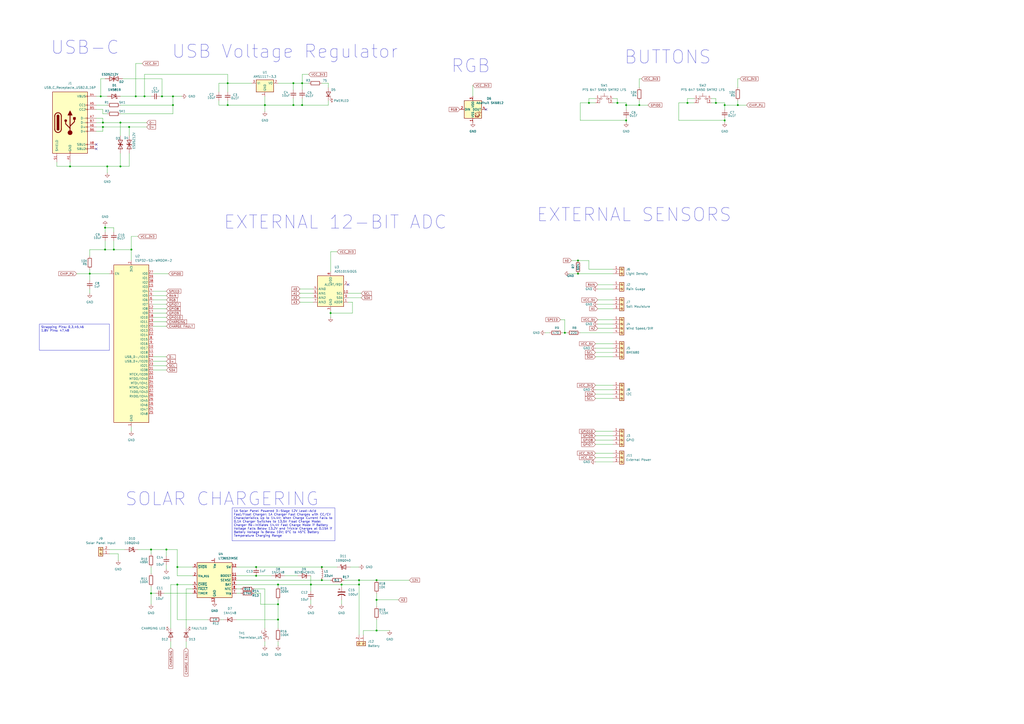
<source format=kicad_sch>
(kicad_sch (version 20231120) (generator "eeschema") (generator_version "8.0")
  (paper "A2")
  (title_block (title "ESP32-S3_BASE") (date "2024-02-28") (rev "1.0") (company "Scott Hendricks"))
  (junction (at 218.44 365.76))
  (junction (at 52.07 158.75))
  (junction (at 161.29 339.09))
  (junction (at 100.33 55.88))
  (junction (at 327.66 193.04))
  (junction (at 148.59 334.01))
  (junction (at 170.18 60.96))
  (junction (at 93.98 55.88))
  (junction (at 341.63 59.69))
  (junction (at 335.28 158.75))
  (junction (at 420.37 69.85))
  (junction (at 370.84 60.96))
  (junction (at 186.69 336.55))
  (junction (at 420.37 60.96))
  (junction (at 59.69 71.12))
  (junction (at 358.14 59.69))
  (junction (at 78.74 55.88))
  (junction (at 132.08 48.26))
  (junction (at 96.52 318.77))
  (junction (at 40.64 96.52))
  (junction (at 161.29 359.41))
  (junction (at 148.59 328.93))
  (junction (at 83.82 55.88))
  (junction (at 102.87 328.93))
  (junction (at 153.67 60.96))
  (junction (at 218.44 347.98))
  (junction (at 208.28 336.55))
  (junction (at 59.69 73.66))
  (junction (at 198.12 339.09))
  (junction (at 76.2 144.78))
  (junction (at 60.96 132.08))
  (junction (at 100.33 60.96))
  (junction (at 186.69 328.93))
  (junction (at 69.85 96.52))
  (junction (at 363.22 60.96))
  (junction (at 74.93 73.66))
  (junction (at 208.28 339.09))
  (junction (at 191.77 181.61))
  (junction (at 69.85 71.12))
  (junction (at 58.42 55.88))
  (junction (at 102.87 339.09))
  (junction (at 415.29 59.69))
  (junction (at 398.78 59.69))
  (junction (at 175.26 60.96))
  (junction (at 427.99 60.96))
  (junction (at 175.26 48.26))
  (junction (at 87.63 344.17))
  (junction (at 62.23 96.52))
  (junction (at 161.29 350.52))
  (junction (at 170.18 48.26))
  (junction (at 132.08 60.96))
  (junction (at 87.63 318.77))
  (junction (at 60.96 144.78))
  (junction (at 180.34 339.09))
  (junction (at 363.22 69.85))
  (junction (at 218.44 336.55))
  (junction (at 335.28 151.13))
  (junction (at 66.04 144.78))
  (no_connect (at 281.94 63.5))
  (no_connect (at 55.88 83.82))
  (no_connect (at 55.88 86.36))
  (no_connect (at 201.93 165.1))
  (wire (pts (xy 336.55 193.04) (xy 355.6 193.04)))
  (wire (pts (xy 87.63 328.93) (xy 87.63 332.74)))
  (wire (pts (xy 137.16 359.41) (xy 161.29 359.41)))
  (wire (pts (xy 52.07 148.59) (xy 52.07 144.78)))
  (wire (pts (xy 69.85 71.12) (xy 85.09 71.12)))
  (wire (pts (xy 137.16 336.55) (xy 186.69 336.55)))
  (wire (pts (xy 87.63 340.36) (xy 87.63 344.17)))
  (wire (pts (xy 59.69 73.66) (xy 59.69 76.2)))
  (wire (pts (xy 55.88 55.88) (xy 58.42 55.88)))
  (wire (pts (xy 346.71 179.07) (xy 355.6 179.07)))
  (wire (pts (xy 191.77 146.05) (xy 195.58 146.05)))
  (wire (pts (xy 127 48.26) (xy 127 53.34)))
  (wire (pts (xy 415.29 57.15) (xy 415.29 59.69)))
  (wire (pts (xy 218.44 347.98) (xy 231.14 347.98)))
  (wire (pts (xy 345.44 267.97) (xy 355.6 267.97)))
  (wire (pts (xy 87.63 318.77) (xy 96.52 318.77)))
  (wire (pts (xy 218.44 336.55) (xy 237.49 336.55)))
  (wire (pts (xy 345.44 262.89) (xy 355.6 262.89)))
  (wire (pts (xy 132.08 60.96) (xy 127 60.96)))
  (wire (pts (xy 175.26 48.26) (xy 179.07 48.26)))
  (wire (pts (xy 40.64 96.52) (xy 62.23 96.52)))
  (wire (pts (xy 99.06 372.11) (xy 99.06 375.92)))
  (wire (pts (xy 87.63 318.77) (xy 87.63 321.31)))
  (wire (pts (xy 412.75 57.15) (xy 415.29 57.15)))
  (wire (pts (xy 191.77 180.34) (xy 191.77 181.61)))
  (wire (pts (xy 175.26 60.96) (xy 190.5 60.96)))
  (wire (pts (xy 161.29 347.98) (xy 161.29 350.52)))
  (wire (pts (xy 346.71 173.99) (xy 355.6 173.99)))
  (wire (pts (xy 132.08 48.26) (xy 132.08 53.34)))
  (wire (pts (xy 96.52 318.77) (xy 96.52 322.58)))
  (wire (pts (xy 153.67 60.96) (xy 170.18 60.96)))
  (wire (pts (xy 88.9 212.09) (xy 96.52 212.09)))
  (wire (pts (xy 345.44 255.27) (xy 355.6 255.27)))
  (wire (pts (xy 175.26 48.26) (xy 170.18 48.26)))
  (wire (pts (xy 88.9 179.07) (xy 96.52 179.07)))
  (wire (pts (xy 83.82 43.18) (xy 83.82 55.88)))
  (wire (pts (xy 346.71 190.5) (xy 355.6 190.5)))
  (wire (pts (xy 88.9 186.69) (xy 96.52 186.69)))
  (wire (pts (xy 330.2 158.75) (xy 335.28 158.75)))
  (wire (pts (xy 59.69 66.04) (xy 59.69 63.5)))
  (wire (pts (xy 326.39 193.04) (xy 327.66 193.04)))
  (wire (pts (xy 52.07 156.21) (xy 52.07 158.75)))
  (wire (pts (xy 107.95 341.63) (xy 111.76 341.63)))
  (wire (pts (xy 151.13 344.17) (xy 151.13 350.52)))
  (wire (pts (xy 173.99 175.26) (xy 181.61 175.26)))
  (wire (pts (xy 92.71 55.88) (xy 93.98 55.88)))
  (wire (pts (xy 66.04 139.7) (xy 66.04 144.78)))
  (wire (pts (xy 100.33 60.96) (xy 100.33 55.88)))
  (wire (pts (xy 345.44 207.01) (xy 355.6 207.01)))
  (wire (pts (xy 355.6 57.15) (xy 358.14 57.15)))
  (wire (pts (xy 331.47 151.13) (xy 335.28 151.13)))
  (wire (pts (xy 60.96 132.08) (xy 60.96 130.81)))
  (wire (pts (xy 78.74 55.88) (xy 83.82 55.88)))
  (wire (pts (xy 55.88 76.2) (xy 59.69 76.2)))
  (wire (pts (xy 107.95 372.11) (xy 107.95 375.92)))
  (wire (pts (xy 180.34 334.01) (xy 180.34 339.09)))
  (wire (pts (xy 201.93 172.72) (xy 209.55 172.72)))
  (wire (pts (xy 420.37 60.96) (xy 420.37 63.5)))
  (wire (pts (xy 345.44 223.52) (xy 355.6 223.52)))
  (wire (pts (xy 345.44 228.6) (xy 355.6 228.6)))
  (wire (pts (xy 186.69 328.93) (xy 195.58 328.93)))
  (wire (pts (xy 74.93 73.66) (xy 74.93 78.74)))
  (wire (pts (xy 102.87 334.01) (xy 102.87 328.93)))
  (wire (pts (xy 170.18 60.96) (xy 175.26 60.96)))
  (wire (pts (xy 69.85 96.52) (xy 62.23 96.52)))
  (wire (pts (xy 161.29 48.26) (xy 170.18 48.26)))
  (wire (pts (xy 33.02 93.98) (xy 33.02 96.52)))
  (wire (pts (xy 147.32 344.17) (xy 151.13 344.17)))
  (wire (pts (xy 71.12 45.72) (xy 93.98 45.72)))
  (wire (pts (xy 137.16 334.01) (xy 148.59 334.01)))
  (wire (pts (xy 102.87 328.93) (xy 111.76 328.93)))
  (wire (pts (xy 93.98 55.88) (xy 100.33 55.88)))
  (wire (pts (xy 198.12 347.98) (xy 198.12 350.52)))
  (wire (pts (xy 335.28 158.75) (xy 355.6 158.75)))
  (wire (pts (xy 190.5 58.42) (xy 190.5 60.96)))
  (wire (pts (xy 74.93 88.9) (xy 74.93 96.52)))
  (wire (pts (xy 218.44 344.17) (xy 218.44 347.98)))
  (wire (pts (xy 95.25 344.17) (xy 111.76 344.17)))
  (wire (pts (xy 363.22 69.85) (xy 363.22 71.12)))
  (wire (pts (xy 76.2 250.19) (xy 76.2 247.65)))
  (wire (pts (xy 102.87 339.09) (xy 102.87 359.41)))
  (wire (pts (xy 191.77 181.61) (xy 191.77 184.15)))
  (wire (pts (xy 203.2 328.93) (xy 208.28 328.93)))
  (wire (pts (xy 99.06 339.09) (xy 102.87 339.09)))
  (wire (pts (xy 346.71 167.64) (xy 355.6 167.64)))
  (wire (pts (xy 336.55 59.69) (xy 336.55 69.85)))
  (wire (pts (xy 370.84 50.8) (xy 370.84 45.72)))
  (wire (pts (xy 96.52 327.66) (xy 96.52 330.2)))
  (wire (pts (xy 341.63 59.69) (xy 336.55 59.69)))
  (wire (pts (xy 420.37 69.85) (xy 420.37 71.12)))
  (wire (pts (xy 44.45 158.75) (xy 52.07 158.75)))
  (wire (pts (xy 180.34 339.09) (xy 161.29 339.09)))
  (wire (pts (xy 60.96 139.7) (xy 60.96 144.78)))
  (wire (pts (xy 146.05 48.26) (xy 132.08 48.26)))
  (wire (pts (xy 398.78 57.15) (xy 402.59 57.15)))
  (wire (pts (xy 83.82 43.18) (xy 132.08 43.18)))
  (wire (pts (xy 153.67 60.96) (xy 153.67 64.77)))
  (wire (pts (xy 358.14 57.15) (xy 358.14 59.69)))
  (wire (pts (xy 100.33 66.04) (xy 100.33 60.96)))
  (wire (pts (xy 346.71 165.1) (xy 355.6 165.1)))
  (wire (pts (xy 415.29 59.69) (xy 420.37 59.69)))
  (wire (pts (xy 420.37 59.69) (xy 420.37 60.96)))
  (wire (pts (xy 210.82 365.76) (xy 218.44 365.76)))
  (wire (pts (xy 358.14 59.69) (xy 363.22 59.69)))
  (wire (pts (xy 52.07 167.64) (xy 52.07 170.18)))
  (wire (pts (xy 96.52 318.77) (xy 102.87 318.77)))
  (wire (pts (xy 153.67 372.11) (xy 153.67 374.65)))
  (wire (pts (xy 87.63 344.17) (xy 87.63 350.52)))
  (wire (pts (xy 345.44 231.14) (xy 355.6 231.14)))
  (wire (pts (xy 427.99 45.72) (xy 429.26 45.72)))
  (wire (pts (xy 153.67 341.63) (xy 153.67 364.49)))
  (wire (pts (xy 218.44 365.76) (xy 226.06 365.76)))
  (wire (pts (xy 201.93 175.26) (xy 204.47 175.26)))
  (wire (pts (xy 59.69 63.5) (xy 55.88 63.5)))
  (wire (pts (xy 198.12 339.09) (xy 208.28 339.09)))
  (wire (pts (xy 327.66 185.42) (xy 327.66 193.04)))
  (wire (pts (xy 208.28 339.09) (xy 208.28 368.3)))
  (wire (pts (xy 74.93 96.52) (xy 69.85 96.52)))
  (wire (pts (xy 198.12 340.36) (xy 198.12 339.09)))
  (wire (pts (xy 363.22 68.58) (xy 363.22 69.85)))
  (wire (pts (xy 88.9 168.91) (xy 96.52 168.91)))
  (wire (pts (xy 69.85 71.12) (xy 69.85 78.74)))
  (wire (pts (xy 208.28 336.55) (xy 218.44 336.55)))
  (wire (pts (xy 52.07 144.78) (xy 60.96 144.78)))
  (wire (pts (xy 153.67 60.96) (xy 132.08 60.96)))
  (wire (pts (xy 128.27 359.41) (xy 129.54 359.41)))
  (wire (pts (xy 190.5 48.26) (xy 190.5 50.8)))
  (wire (pts (xy 55.88 60.96) (xy 62.23 60.96)))
  (wire (pts (xy 345.44 201.93) (xy 355.6 201.93)))
  (wire (pts (xy 147.32 341.63) (xy 153.67 341.63)))
  (wire (pts (xy 137.16 339.09) (xy 161.29 339.09)))
  (wire (pts (xy 69.85 60.96) (xy 100.33 60.96)))
  (wire (pts (xy 58.42 55.88) (xy 62.23 55.88)))
  (wire (pts (xy 341.63 57.15) (xy 345.44 57.15)))
  (wire (pts (xy 88.9 176.53) (xy 96.52 176.53)))
  (wire (pts (xy 88.9 171.45) (xy 96.52 171.45)))
  (wire (pts (xy 59.69 71.12) (xy 69.85 71.12)))
  (wire (pts (xy 80.01 137.16) (xy 76.2 137.16)))
  (wire (pts (xy 393.7 69.85) (xy 420.37 69.85)))
  (wire (pts (xy 60.96 132.08) (xy 60.96 134.62)))
  (wire (pts (xy 412.75 59.69) (xy 415.29 59.69)))
  (wire (pts (xy 52.07 158.75) (xy 52.07 162.56)))
  (wire (pts (xy 58.42 45.72) (xy 58.42 55.88)))
  (wire (pts (xy 341.63 156.21) (xy 355.6 156.21)))
  (wire (pts (xy 345.44 226.06) (xy 355.6 226.06)))
  (wire (pts (xy 191.77 181.61) (xy 204.47 181.61)))
  (wire (pts (xy 107.95 341.63) (xy 107.95 364.49)))
  (wire (pts (xy 63.5 321.31) (xy 68.58 321.31)))
  (wire (pts (xy 76.2 151.13) (xy 76.2 144.78)))
  (wire (pts (xy 179.07 43.18) (xy 175.26 43.18)))
  (wire (pts (xy 88.9 181.61) (xy 96.52 181.61)))
  (wire (pts (xy 66.04 132.08) (xy 60.96 132.08)))
  (wire (pts (xy 186.69 336.55) (xy 191.77 336.55)))
  (wire (pts (xy 148.59 334.01) (xy 157.48 334.01)))
  (wire (pts (xy 55.88 71.12) (xy 59.69 71.12)))
  (wire (pts (xy 137.16 341.63) (xy 139.7 341.63)))
  (wire (pts (xy 427.99 60.96) (xy 433.07 60.96)))
  (wire (pts (xy 218.44 347.98) (xy 218.44 351.79)))
  (wire (pts (xy 132.08 48.26) (xy 127 48.26)))
  (wire (pts (xy 153.67 55.88) (xy 153.67 60.96)))
  (wire (pts (xy 88.9 184.15) (xy 96.52 184.15)))
  (wire (pts (xy 170.18 57.15) (xy 170.18 60.96)))
  (wire (pts (xy 82.55 36.83) (xy 78.74 36.83)))
  (wire (pts (xy 186.69 48.26) (xy 190.5 48.26)))
  (wire (pts (xy 363.22 59.69) (xy 363.22 60.96)))
  (wire (pts (xy 80.01 318.77) (xy 87.63 318.77)))
  (wire (pts (xy 127 58.42) (xy 127 60.96)))
  (wire (pts (xy 402.59 59.69) (xy 398.78 59.69)))
  (wire (pts (xy 88.9 189.23) (xy 96.52 189.23)))
  (wire (pts (xy 370.84 45.72) (xy 372.11 45.72)))
  (wire (pts (xy 132.08 43.18) (xy 132.08 48.26)))
  (wire (pts (xy 346.71 187.96) (xy 355.6 187.96)))
  (wire (pts (xy 68.58 321.31) (xy 68.58 325.12)))
  (wire (pts (xy 173.99 172.72) (xy 181.61 172.72)))
  (wire (pts (xy 420.37 68.58) (xy 420.37 69.85)))
  (wire (pts (xy 88.9 209.55) (xy 96.52 209.55)))
  (wire (pts (xy 346.71 176.53) (xy 355.6 176.53)))
  (wire (pts (xy 398.78 59.69) (xy 393.7 59.69)))
  (wire (pts (xy 427.99 58.42) (xy 427.99 60.96)))
  (wire (pts (xy 102.87 359.41) (xy 120.65 359.41)))
  (wire (pts (xy 325.12 185.42) (xy 327.66 185.42)))
  (wire (pts (xy 63.5 158.75) (xy 52.07 158.75)))
  (wire (pts (xy 55.88 68.58) (xy 59.69 68.58)))
  (wire (pts (xy 66.04 144.78) (xy 76.2 144.78)))
  (wire (pts (xy 345.44 250.19) (xy 355.6 250.19)))
  (wire (pts (xy 370.84 58.42) (xy 370.84 60.96)))
  (wire (pts (xy 170.18 48.26) (xy 170.18 52.07)))
  (wire (pts (xy 55.88 73.66) (xy 59.69 73.66)))
  (wire (pts (xy 345.44 257.81) (xy 355.6 257.81)))
  (wire (pts (xy 398.78 57.15) (xy 398.78 59.69)))
  (wire (pts (xy 40.64 93.98) (xy 40.64 96.52)))
  (wire (pts (xy 180.34 339.09) (xy 198.12 339.09)))
  (wire (pts (xy 175.26 57.15) (xy 175.26 60.96)))
  (wire (pts (xy 173.99 170.18) (xy 181.61 170.18)))
  (wire (pts (xy 161.29 350.52) (xy 161.29 359.41)))
  (wire (pts (xy 111.76 334.01) (xy 102.87 334.01)))
  (wire (pts (xy 137.16 344.17) (xy 139.7 344.17)))
  (wire (pts (xy 345.44 265.43) (xy 355.6 265.43)))
  (wire (pts (xy 345.44 252.73) (xy 355.6 252.73)))
  (wire (pts (xy 74.93 73.66) (xy 85.09 73.66)))
  (wire (pts (xy 199.39 336.55) (xy 208.28 336.55)))
  (wire (pts (xy 201.93 170.18) (xy 209.55 170.18)))
  (wire (pts (xy 355.6 59.69) (xy 358.14 59.69)))
  (wire (pts (xy 83.82 55.88) (xy 87.63 55.88)))
  (wire (pts (xy 88.9 158.75) (xy 97.79 158.75)))
  (wire (pts (xy 88.9 207.01) (xy 96.52 207.01)))
  (wire (pts (xy 345.44 199.39) (xy 355.6 199.39)))
  (wire (pts (xy 161.29 339.09) (xy 161.29 340.36)))
  (wire (pts (xy 76.2 137.16) (xy 76.2 144.78)))
  (wire (pts (xy 180.34 339.09) (xy 180.34 342.9)))
  (wire (pts (xy 161.29 372.11) (xy 161.29 374.65)))
  (wire (pts (xy 327.66 193.04) (xy 328.93 193.04)))
  (wire (pts (xy 63.5 318.77) (xy 72.39 318.77)))
  (wire (pts (xy 363.22 60.96) (xy 363.22 63.5)))
  (wire (pts (xy 62.23 96.52) (xy 62.23 100.33)))
  (wire (pts (xy 346.71 185.42) (xy 355.6 185.42)))
  (wire (pts (xy 341.63 57.15) (xy 341.63 59.69)))
  (wire (pts (xy 165.1 334.01) (xy 172.72 334.01)))
  (wire (pts (xy 175.26 52.07) (xy 175.26 48.26)))
  (wire (pts (xy 78.74 36.83) (xy 78.74 55.88)))
  (wire (pts (xy 99.06 339.09) (xy 99.06 364.49)))
  (wire (pts (xy 60.96 45.72) (xy 58.42 45.72)))
  (wire (pts (xy 341.63 151.13) (xy 341.63 156.21)))
  (wire (pts (xy 59.69 66.04) (xy 62.23 66.04)))
  (wire (pts (xy 69.85 88.9) (xy 69.85 96.52)))
  (wire (pts (xy 69.85 55.88) (xy 78.74 55.88)))
  (wire (pts (xy 180.34 347.98) (xy 180.34 350.52)))
  (wire (pts (xy 175.26 43.18) (xy 175.26 48.26)))
  (wire (pts (xy 60.96 144.78) (xy 66.04 144.78)))
  (wire (pts (xy 210.82 365.76) (xy 210.82 368.3)))
  (wire (pts (xy 363.22 60.96) (xy 370.84 60.96)))
  (wire (pts (xy 137.16 328.93) (xy 148.59 328.93)))
  (wire (pts (xy 161.29 359.41) (xy 161.29 364.49)))
  (wire (pts (xy 316.23 193.04) (xy 318.77 193.04)))
  (wire (pts (xy 148.59 328.93) (xy 186.69 328.93)))
  (wire (pts (xy 191.77 146.05) (xy 191.77 157.48)))
  (wire (pts (xy 208.28 336.55) (xy 208.28 339.09)))
  (wire (pts (xy 393.7 59.69) (xy 393.7 69.85)))
  (wire (pts (xy 111.76 339.09) (xy 102.87 339.09)))
  (wire (pts (xy 100.33 55.88) (xy 105.41 55.88)))
  (wire (pts (xy 151.13 350.52) (xy 161.29 350.52)))
  (wire (pts (xy 218.44 359.41) (xy 218.44 365.76)))
  (wire (pts (xy 69.85 66.04) (xy 100.33 66.04)))
  (wire (pts (xy 33.02 96.52) (xy 40.64 96.52)))
  (wire (pts (xy 87.63 344.17) (xy 90.17 344.17)))
  (wire (pts (xy 102.87 328.93) (xy 102.87 318.77)))
  (wire (pts (xy 370.84 60.96) (xy 375.92 60.96)))
  (wire (pts (xy 204.47 175.26) (xy 204.47 181.61)))
  (wire (pts (xy 335.28 151.13) (xy 341.63 151.13)))
  (wire (pts (xy 173.99 167.64) (xy 181.61 167.64)))
  (wire (pts (xy 88.9 214.63) (xy 96.52 214.63)))
  (wire (pts (xy 345.44 204.47) (xy 355.6 204.47)))
  (wire (pts (xy 93.98 45.72) (xy 93.98 55.88)))
  (wire (pts (xy 336.55 69.85) (xy 363.22 69.85)))
  (wire (pts (xy 274.32 49.53) (xy 274.32 55.88)))
  (wire (pts (xy 420.37 60.96) (xy 427.99 60.96)))
  (wire (pts (xy 88.9 173.99) (xy 96.52 173.99)))
  (wire (pts (xy 59.69 73.66) (xy 74.93 73.66)))
  (wire (pts (xy 427.99 50.8) (xy 427.99 45.72)))
  (wire (pts (xy 345.44 59.69) (xy 341.63 59.69)))
  (wire (pts (xy 59.69 68.58) (xy 59.69 71.12)))
  (wire (pts (xy 66.04 134.62) (xy 66.04 132.08)))
  (wire (pts (xy 132.08 58.42) (xy 132.08 60.96)))
  (text_box "1A Solar Panel Powered 3-Stage 12V Lead-Acid Fast/Float Charger; 1A Charger Fast Charges with CC/CV Characteristics Up to 14.4V; When Charge Current Falls to 0.1A Charger Switches to 13.5V Float Charge Mode; Charger Re-Initiates 14.4V Fast Charge Mode if Battery Voltage Falls Below 13.2V and Trickle Charges at 0.15A if Battery Voltage is Below 10V; 0°C to 45°C Battery Temperature Charging Range" (at 134.62 294.64 0) (size 59.69 19.05) (effects (font (size 1.27 1.27)) (justify left top)))
  (text_box "Strapping Pins: 0,3,45,46\n1.8V Pins: 47,48\n" (at 22.86 187.96 0) (size 40.64 15.24) (effects (font (size 1.27 1.27)) (justify left top)))
  (text "USB-C" (at 49.276 27.686 0) (effects (font (size 7.62 7.62))))
  (text "RGB\n" (at 273.05 38.354 0) (effects (font (size 7.62 7.62))))
  (text "EXTERNAL SENSORS" (at 367.792 124.714 0) (effects (font (size 7.62 7.62))))
  (text "SOLAR CHARGERING" (at 128.778 289.56 0) (effects (font (size 7.62 7.62))))
  (text "USB Voltage Regulator\n" (at 165.354 29.972 0) (effects (font (size 7.62 7.62))))
  (text "BUTTONS\n" (at 387.35 33.274 0) (effects (font (size 7.62 7.62))))
  (text "EXTERNAL 12-BIT ADC" (at 194.564 129.032 0) (effects (font (size 7.62 7.62))))
  (global_label "VCC_5V" (shape input) (at 82.55 36.83 0) (property "Intersheetrefs" "${INTERSHEET_REFS}" (effects (hide yes))))
  (global_label "GPIO9" (shape input) (at 345.44 252.73 180) (property "Intersheetrefs" "${INTERSHEET_REFS}" (effects (hide yes))))
  (global_label "SCL" (shape input) (at 345.44 231.14 180) (property "Intersheetrefs" "${INTERSHEET_REFS}" (effects (hide yes))))
  (global_label "D+" (shape input) (at 96.52 209.55 0) (property "Intersheetrefs" "${INTERSHEET_REFS}" (effects (hide yes))))
  (global_label "GPIO8" (shape input) (at 345.44 255.27 180) (property "Intersheetrefs" "${INTERSHEET_REFS}" (effects (hide yes))))
  (global_label "VCC_3V3" (shape input) (at 179.07 43.18 0) (property "Intersheetrefs" "${INTERSHEET_REFS}" (effects (hide yes))))
  (global_label "GPIO9" (shape input) (at 96.52 181.61 0) (property "Intersheetrefs" "${INTERSHEET_REFS}" (effects (hide yes))))
  (global_label "GPIO7" (shape input) (at 345.44 257.81 180) (property "Intersheetrefs" "${INTERSHEET_REFS}" (effects (hide yes))))
  (global_label "VCC_3V3" (shape input) (at 345.44 223.52 180) (property "Intersheetrefs" "${INTERSHEET_REFS}" (effects (hide yes))))
  (global_label "CHARGING" (shape input) (at 96.52 186.69 0) (property "Intersheetrefs" "${INTERSHEET_REFS}" (effects (hide yes))))
  (global_label "VCC_3V3" (shape input) (at 80.01 137.16 0) (property "Intersheetrefs" "${INTERSHEET_REFS}" (effects (hide yes))))
  (global_label "VCC_3V3" (shape input) (at 429.26 45.72 0) (property "Intersheetrefs" "${INTERSHEET_REFS}" (effects (hide yes))))
  (global_label "GPIO7" (shape input) (at 96.52 176.53 0) (property "Intersheetrefs" "${INTERSHEET_REFS}" (effects (hide yes))))
  (global_label "RAIN" (shape input) (at 346.71 165.1 180) (property "Intersheetrefs" "${INTERSHEET_REFS}" (effects (hide yes))))
  (global_label "CHARGE FAULT" (shape input) (at 96.52 189.23 0) (property "Intersheetrefs" "${INTERSHEET_REFS}" (effects (hide yes))))
  (global_label "SCL" (shape input) (at 96.52 212.09 0) (property "Intersheetrefs" "${INTERSHEET_REFS}" (effects (hide yes))))
  (global_label "A3" (shape input) (at 173.99 175.26 180) (property "Intersheetrefs" "${INTERSHEET_REFS}" (effects (hide yes))))
  (global_label "GPIO0" (shape input) (at 375.92 60.96 0) (property "Intersheetrefs" "${INTERSHEET_REFS}" (effects (hide yes))))
  (global_label "SCL" (shape input) (at 345.44 204.47 180) (property "Intersheetrefs" "${INTERSHEET_REFS}" (effects (hide yes))))
  (global_label "VCC_3V3" (shape input) (at 345.44 262.89 180) (property "Intersheetrefs" "${INTERSHEET_REFS}" (effects (hide yes))))
  (global_label "RGB" (shape input) (at 266.7 63.5 180) (property "Intersheetrefs" "${INTERSHEET_REFS}" (effects (hide yes))))
  (global_label "SCL" (shape input) (at 209.55 170.18 0) (property "Intersheetrefs" "${INTERSHEET_REFS}" (effects (hide yes))))
  (global_label "SPEED" (shape input) (at 325.12 185.42 180) (property "Intersheetrefs" "${INTERSHEET_REFS}" (effects (hide yes))))
  (global_label "CHARGE FAULT" (shape input) (at 107.95 375.92 270) (property "Intersheetrefs" "${INTERSHEET_REFS}" (effects (hide yes))))
  (global_label "RGB" (shape input) (at 96.52 173.99 0) (property "Intersheetrefs" "${INTERSHEET_REFS}" (effects (hide yes))))
  (global_label "GPIO8" (shape input) (at 96.52 179.07 0) (property "Intersheetrefs" "${INTERSHEET_REFS}" (effects (hide yes))))
  (global_label "A3" (shape input) (at 231.14 347.98 0) (property "Intersheetrefs" "${INTERSHEET_REFS}" (effects (hide yes))))
  (global_label "GPIO0" (shape input) (at 97.79 158.75 0) (property "Intersheetrefs" "${INTERSHEET_REFS}" (effects (hide yes))))
  (global_label "VCC_3V3" (shape input) (at 274.32 49.53 0) (property "Intersheetrefs" "${INTERSHEET_REFS}" (effects (hide yes))))
  (global_label "SPEED" (shape input) (at 96.52 168.91 0) (property "Intersheetrefs" "${INTERSHEET_REFS}" (effects (hide yes))))
  (global_label "VCC_5V" (shape input) (at 345.44 199.39 180) (property "Intersheetrefs" "${INTERSHEET_REFS}" (effects (hide yes))))
  (global_label "VCC_5V" (shape input) (at 346.71 173.99 180) (property "Intersheetrefs" "${INTERSHEET_REFS}" (effects (hide yes))))
  (global_label "VCC_5V" (shape input) (at 346.71 185.42 180) (property "Intersheetrefs" "${INTERSHEET_REFS}" (effects (hide yes))))
  (global_label "VCC_3V3" (shape input) (at 195.58 146.05 0) (property "Intersheetrefs" "${INTERSHEET_REFS}" (effects (hide yes))))
  (global_label "VCC_5V" (shape input) (at 345.44 265.43 180) (property "Intersheetrefs" "${INTERSHEET_REFS}" (effects (hide yes))))
  (global_label "A1" (shape input) (at 346.71 179.07 180) (property "Intersheetrefs" "${INTERSHEET_REFS}" (effects (hide yes))))
  (global_label "D-" (shape input) (at 96.52 207.01 0) (property "Intersheetrefs" "${INTERSHEET_REFS}" (effects (hide yes))))
  (global_label "GPIO10" (shape input) (at 345.44 250.19 180) (property "Intersheetrefs" "${INTERSHEET_REFS}" (effects (hide yes))))
  (global_label "SDA" (shape input) (at 96.52 214.63 0) (property "Intersheetrefs" "${INTERSHEET_REFS}" (effects (hide yes))))
  (global_label "VCC_3V3" (shape input) (at 372.11 45.72 0) (property "Intersheetrefs" "${INTERSHEET_REFS}" (effects (hide yes))))
  (global_label "GPIO10" (shape input) (at 96.52 184.15 0) (property "Intersheetrefs" "${INTERSHEET_REFS}" (effects (hide yes))))
  (global_label "A1" (shape input) (at 173.99 170.18 180) (property "Intersheetrefs" "${INTERSHEET_REFS}" (effects (hide yes))))
  (global_label "CHIP_PU" (shape input) (at 44.45 158.75 180) (property "Intersheetrefs" "${INTERSHEET_REFS}" (effects (hide yes))))
  (global_label "SDA" (shape input) (at 345.44 207.01 180) (property "Intersheetrefs" "${INTERSHEET_REFS}" (effects (hide yes))))
  (global_label "SDA" (shape input) (at 345.44 228.6 180) (property "Intersheetrefs" "${INTERSHEET_REFS}" (effects (hide yes))))
  (global_label "D+" (shape input) (at 85.09 73.66 0) (property "Intersheetrefs" "${INTERSHEET_REFS}" (effects (hide yes))))
  (global_label "12V" (shape input) (at 237.49 336.55 0) (property "Intersheetrefs" "${INTERSHEET_REFS}" (effects (hide yes))))
  (global_label "D-" (shape input) (at 85.09 71.12 0) (property "Intersheetrefs" "${INTERSHEET_REFS}" (effects (hide yes))))
  (global_label "A2" (shape input) (at 173.99 172.72 180) (property "Intersheetrefs" "${INTERSHEET_REFS}" (effects (hide yes))))
  (global_label "A0" (shape input) (at 173.99 167.64 180) (property "Intersheetrefs" "${INTERSHEET_REFS}" (effects (hide yes))))
  (global_label "CHARGING" (shape input) (at 99.06 375.92 270) (property "Intersheetrefs" "${INTERSHEET_REFS}" (effects (hide yes))))
  (global_label "A2" (shape input) (at 346.71 190.5 180) (property "Intersheetrefs" "${INTERSHEET_REFS}" (effects (hide yes))))
  (global_label "A0" (shape input) (at 331.47 151.13 180) (property "Intersheetrefs" "${INTERSHEET_REFS}" (effects (hide yes))))
  (global_label "SDA" (shape input) (at 209.55 172.72 0) (property "Intersheetrefs" "${INTERSHEET_REFS}" (effects (hide yes))))
  (global_label "CHIP_PU" (shape input) (at 433.07 60.96 0) (property "Intersheetrefs" "${INTERSHEET_REFS}" (effects (hide yes))))
  (global_label "RAIN" (shape input) (at 96.52 171.45 0) (property "Intersheetrefs" "${INTERSHEET_REFS}" (effects (hide yes))))
  (symbol (lib_id "Diode:1N5819") (at 66.04 55.88 180) (unit 1)
    (property "Reference" "D1" (at 66.3575 49.53 0))
    (property "Value" "1N5819" (at 66.3575 52.07 0))
    (property "Footprint" "Diode_THT:D_DO-41_SOD81_P10.16mm_Horizontal" (effects (hide yes)))
    (property "Datasheet" "http://www.vishay.com/docs/88525/1n5817.pdf" (effects (hide yes)))
    (property "Description" "40V 1A Schottky Barrier Rectifier Diode, DO-41" (effects (hide yes)))
    (property "Manufacturer_Part_Number" "1N5819" (effects (hide yes)))
  )
  (symbol (lib_id "Device:C_Small") (at 420.37 66.04 0) (unit 1)
    (property "Reference" "C7" (at 424.688 65.278 0))
    (property "Value" "0u1F" (at 424.688 67.056 0))
    (property "Footprint" "Capacitor_SMD:C_0805_2012Metric_Pad1.18x1.45mm_HandSolder" (effects (hide yes)))
    (property "Description" "Unpolarized capacitor, small symbol" (effects (hide yes)))
    (property "Manufacturer_Part_Number" "0805B104K101CC" (effects (hide yes)))
  )
  (symbol (lib_id "Device:LED") (at 107.95 368.3 90) (mirror x) (unit 1)
    (property "Reference" "D13" (at 109.474 370.84 90) (effects (justify right)))
    (property "Value" "FAULTLED" (at 110.998 364.49 90) (effects (justify right)))
    (property "Footprint" "LED_SMD:LED_0603_1608Metric" (effects (hide yes)))
    (property "Description" "Light emitting diode" (effects (hide yes)))
    (property "Manufacturer_Part_Number" "0603GBD0790S01" (effects (hide yes)))
  )
  (symbol (lib_id "Device:C_Small") (at 90.17 55.88 90) (unit 1)
    (property "Reference" "C1" (at 90.17 51.308 90))
    (property "Value" "10uF" (at 90.17 53.086 90))
    (property "Footprint" "Capacitor_SMD:C_0805_2012Metric_Pad1.18x1.45mm_HandSolder" (effects (hide yes)))
    (property "Description" "Unpolarized capacitor, small symbol" (effects (hide yes)))
    (property "Manufacturer_Part_Number" "0805W106K500CC" (effects (hide yes)))
  )
  (symbol (lib_id "Connector:Screw_Terminal_01x04") (at 360.68 252.73 0) (unit 1)
    (property "Reference" "J3" (at 363.22 252.7299 0) (effects (justify left)))
    (property "Value" "GPIO" (at 363.22 255.2699 0) (effects (justify left)))
    (property "Footprint" "TerminalBlock_Phoenix:TerminalBlock_Phoenix_MKDS-1,5-4-5.08_1x04_P5.08mm_Horizontal" (effects (hide yes)))
    (property "Description" "Generic screw terminal, single row, 01x04, script generated (kicad-library-utils/schlib/autogen/connector/)" (effects (hide yes)))
    (property "Manufacturer_Part_Number" "282837-4" (effects (hide yes)))
  )
  (symbol (lib_id "Device:LED") (at 190.5 54.61 90) (unit 1)
    (property "Reference" "D5" (at 192.024 52.07 90) (effects (justify right)))
    (property "Value" "PWERLED" (at 193.548 58.42 90) (effects (justify right)))
    (property "Footprint" "LED_SMD:LED_0603_1608Metric" (effects (hide yes)))
    (property "Description" "Light emitting diode" (effects (hide yes)))
    (property "Manufacturer_Part_Number" "0603GBD0790S01" (effects (hide yes)))
  )
  (symbol (lib_id "Device:R") (at 161.29 368.3 0) (unit 1)
    (property "Reference" "R16" (at 162.56 366.268 0) (effects (justify left)))
    (property "Value" "100K" (at 162.56 368.3 0) (effects (justify left)))
    (property "Footprint" "Resistor_SMD:R_0603_1608Metric_Pad0.98x0.95mm_HandSolder" (effects (hide yes)))
    (property "Description" "Resistor" (effects (hide yes)))
    (property "Manufacturer_Part_Number" "RC0603FR-0775RL" (effects (hide yes)))
  )
  (symbol (lib_id "power:GND") (at 345.44 267.97 270) (unit 1)
    (property "Reference" "#PWR016" (effects (hide yes)))
    (property "Value" "GND" (at 342.392 267.97 90) (effects (justify right)))
    (property "Description" "Power symbol creates a global label with name \"GND\" , ground" (effects (hide yes)))
  )
  (symbol (lib_id "Device:C_Small") (at 127 55.88 0) (unit 1)
    (property "Reference" "C2" (at 122.682 54.864 0))
    (property "Value" "10uF" (at 122.682 56.642 0))
    (property "Footprint" "Capacitor_SMD:C_0805_2012Metric_Pad1.18x1.45mm_HandSolder" (effects (hide yes)))
    (property "Description" "Unpolarized capacitor, small symbol" (effects (hide yes)))
    (property "Manufacturer_Part_Number" "0805W106K500CC" (effects (hide yes)))
  )
  (symbol (lib_id "Diode:BZX84Cxx") (at 176.53 334.01 180) (unit 1)
    (property "Reference" "D9" (at 176.276 330.2 0))
    (property "Value" "BZX84C6V2L" (at 176.784 331.978 0))
    (property "Footprint" "Package_TO_SOT_SMD:SOT-23" (effects (hide yes)))
    (property "Datasheet" "https://diotec.com/tl_files/diotec/files/pdf/datasheets/bzx84c2v4.pdf" (effects (hide yes)))
    (property "Description" "300mW Zener Diode, SOT-23" (effects (hide yes)))
  )
  (symbol (lib_id "Connector:Screw_Terminal_01x03") (at 360.68 176.53 0) (unit 1)
    (property "Reference" "J7" (at 363.22 175.2599 0) (effects (justify left)))
    (property "Value" "Soil Mouisture" (at 363.22 177.7999 0) (effects (justify left)))
    (property "Footprint" "TerminalBlock_Phoenix:TerminalBlock_Phoenix_MKDS-1,5-3-5.08_1x03_P5.08mm_Horizontal" (effects (hide yes)))
    (property "Description" "Generic screw terminal, single row, 01x03, script generated (kicad-library-utils/schlib/autogen/connector/)" (effects (hide yes)))
    (property "Manufacturer_Part_Number" "282837-3" (effects (hide yes)))
  )
  (symbol (lib_id "power:GND") (at 198.12 350.52 0) (unit 1)
    (property "Reference" "#PWR028" (effects (hide yes)))
    (property "Value" "GND" (at 198.12 355.6 0))
    (property "Description" "Power symbol creates a global label with name \"GND\" , ground" (effects (hide yes)))
  )
  (symbol (lib_id "power:GND") (at 420.37 71.12 0) (unit 1)
    (property "Reference" "#PWR06" (effects (hide yes)))
    (property "Value" "GND" (at 420.37 76.2 0))
    (property "Description" "Power symbol creates a global label with name \"GND\" , ground" (effects (hide yes)))
  )
  (symbol (lib_id "Device:LED") (at 99.06 368.3 270) (unit 1)
    (property "Reference" "D12" (at 97.536 370.84 90) (effects (justify right)))
    (property "Value" "CHARGING LED" (at 96.012 364.49 90) (effects (justify right)))
    (property "Footprint" "LED_SMD:LED_0603_1608Metric" (effects (hide yes)))
    (property "Description" "Light emitting diode" (effects (hide yes)))
    (property "Manufacturer_Part_Number" "0603GBD0790S01" (effects (hide yes)))
  )
  (symbol (lib_id "Diode:B140-E3") (at 199.39 328.93 0) (unit 1)
    (property "Reference" "D11" (at 199.0725 322.58 0))
    (property "Value" "10BQ040" (at 199.0725 325.12 0))
    (property "Footprint" "Diode_SMD:D_SMA" (effects (hide yes)))
    (property "Datasheet" "http://www.vishay.com/docs/88946/b120.pdf" (effects (hide yes)))
    (property "Description" "40V 1A Schottky Barrier Rectifier Diode, SMA(DO-214AC)" (effects (hide yes)))
    (property "Manufacturer_Part_Number" "10BQ040" (effects (hide yes)))
  )
  (symbol (lib_id "Diode:ESD5Zxx") (at 69.85 82.55 90) (unit 1)
    (property "Reference" "D3" (at 67.056 80.264 90) (effects (justify right)))
    (property "Value" "ESD5Z12V" (effects (hide yes)))
    (property "Footprint" "Diode_SMD:D_SOD-523" (effects (hide yes)))
    (property "Datasheet" "https://www.onsemi.com/pdf/datasheet/esd5z2.5t1-d.pdf" (effects (hide yes)))
    (property "Description" "ESD BI Direction Protection Diode, SOD-523" (effects (hide yes)))
    (property "Manufacturer_Name" "ESD5Z12V" (effects (hide yes)))
    (property "Manufacturer_Part_Number" "ESD5Z12V" (effects (hide yes)))
  )
  (symbol (lib_id "Switch:SW_MEC_5E") (at 407.67 59.69 0) (unit 1)
    (property "Reference" "SW2" (at 407.67 49.53 0))
    (property "Value" "PTS 647 SN50 SMTR2 LFS" (at 407.67 52.07 0))
    (property "Footprint" "PTS_647_SN50_SMTR2_LFS:SW_PTS_647_SN50_SMTR2_LFS" (effects (hide yes)))
    (property "Datasheet" "http://www.apem.com/int/index.php?controller=attachment&id_attachment=1371" (effects (hide yes)))
    (property "Description" "MEC 5E single pole normally-open tactile switch" (effects (hide yes)))
    (property "Manufacturer_Part_Number" "PTS 647 SN50 SMTR2 LFS" (effects (hide yes)))
  )
  (symbol (lib_id "Device:C_Small") (at 148.59 331.47 180) (unit 1)
    (property "Reference" "C13" (at 144.78 331.47 0))
    (property "Value" "1uF" (at 152.4 331.216 0))
    (property "Footprint" "Capacitor_SMD:C_0805_2012Metric_Pad1.18x1.45mm_HandSolder" (effects (hide yes)))
    (property "Description" "Unpolarized capacitor, small symbol" (effects (hide yes)))
    (property "Manufacturer_Part_Number" "0805W106K500CC" (effects (hide yes)))
  )
  (symbol (lib_id "Device:C_Small") (at 52.07 165.1 0) (unit 1)
    (property "Reference" "C8" (at 56.388 164.338 0))
    (property "Value" "1uF" (at 56.388 166.116 0))
    (property "Footprint" "Capacitor_SMD:C_0805_2012Metric_Pad1.18x1.45mm_HandSolder" (effects (hide yes)))
    (property "Description" "Unpolarized capacitor, small symbol" (effects (hide yes)))
    (property "Manufacturer_Part_Number" "0805B105K250DC" (effects (hide yes)))
  )
  (symbol (lib_id "Switch:SW_MEC_5E") (at 350.52 59.69 0) (unit 1)
    (property "Reference" "SW1" (at 350.52 49.53 0))
    (property "Value" "PTS 647 SN50 SMTR2 LFS" (at 350.52 52.07 0))
    (property "Footprint" "PTS_647_SN50_SMTR2_LFS:SW_PTS_647_SN50_SMTR2_LFS" (effects (hide yes)))
    (property "Datasheet" "http://www.apem.com/int/index.php?controller=attachment&id_attachment=1371" (effects (hide yes)))
    (property "Description" "MEC 5E single pole normally-open tactile switch" (effects (hide yes)))
    (property "Manufacturer_Part_Number" "PTS 647 SN50 SMTR2 LFS" (effects (hide yes)))
  )
  (symbol (lib_id "power:GND") (at 363.22 71.12 0) (unit 1)
    (property "Reference" "#PWR05" (effects (hide yes)))
    (property "Value" "GND" (at 363.22 76.2 0))
    (property "Description" "Power symbol creates a global label with name \"GND\" , ground" (effects (hide yes)))
  )
  (symbol (lib_id "Diode:ESD5Zxx") (at 74.93 82.55 90) (unit 1)
    (property "Reference" "D4" (at 71.882 80.01 90) (effects (justify right)))
    (property "Value" "ESD5Z12V" (at 77.724 76.708 0) (effects (justify right)))
    (property "Footprint" "Diode_SMD:D_SOD-523" (effects (hide yes)))
    (property "Datasheet" "https://www.onsemi.com/pdf/datasheet/esd5z2.5t1-d.pdf" (effects (hide yes)))
    (property "Description" "ESD BI Direction Protection Diode, SOD-523" (effects (hide yes)))
    (property "Manufacturer_Name" "ESD5Z12V" (effects (hide yes)))
    (property "Manufacturer_Part_Number" "ESD5Z12V" (effects (hide yes)))
  )
  (symbol (lib_id "Connector:Screw_Terminal_01x04") (at 360.68 201.93 0) (unit 1)
    (property "Reference" "J5" (at 363.22 201.9299 0) (effects (justify left)))
    (property "Value" "BME680" (at 363.22 204.4699 0) (effects (justify left)))
    (property "Footprint" "TerminalBlock_Phoenix:TerminalBlock_Phoenix_MKDS-1,5-4-5.08_1x04_P5.08mm_Horizontal" (effects (hide yes)))
    (property "Description" "Generic screw terminal, single row, 01x04, script generated (kicad-library-utils/schlib/autogen/connector/)" (effects (hide yes)))
    (property "Manufacturer_Part_Number" "282837-4" (effects (hide yes)))
  )
  (symbol (lib_id "Device:R") (at 332.74 193.04 90) (unit 1)
    (property "Reference" "R8" (at 334.518 190.246 90) (effects (justify left)))
    (property "Value" "220" (at 334.772 193.04 90) (effects (justify left)))
    (property "Footprint" "Resistor_SMD:R_0603_1608Metric_Pad0.98x0.95mm_HandSolder" (effects (hide yes)))
    (property "Description" "Resistor" (effects (hide yes)))
    (property "Manufacturer_Part_Number" "RMCF0603JT220R" (effects (hide yes)))
  )
  (symbol (lib_id "Device:R") (at 370.84 54.61 180) (unit 1)
    (property "Reference" "R4" (at 369.316 55.372 0) (effects (justify left)))
    (property "Value" "10K" (at 369.57 53.594 0) (effects (justify left)))
    (property "Footprint" "Resistor_SMD:R_0603_1608Metric_Pad0.98x0.95mm_HandSolder" (effects (hide yes)))
    (property "Description" "Resistor" (effects (hide yes)))
    (property "Manufacturer_Part_Number" "RC0603FR-0710KL" (effects (hide yes)))
  )
  (symbol (lib_id "power:GND") (at 346.71 176.53 270) (unit 1)
    (property "Reference" "#PWR012" (effects (hide yes)))
    (property "Value" "GND" (at 343.662 176.53 90) (effects (justify right)))
    (property "Description" "Power symbol creates a global label with name \"GND\" , ground" (effects (hide yes)))
  )
  (symbol (lib_id "power:GND") (at 346.71 187.96 270) (unit 1)
    (property "Reference" "#PWR014" (effects (hide yes)))
    (property "Value" "GND" (at 343.662 187.96 90) (effects (justify right)))
    (property "Description" "Power symbol creates a global label with name \"GND\" , ground" (effects (hide yes)))
  )
  (symbol (lib_id "Device:R") (at 335.28 154.94 180) (unit 1)
    (property "Reference" "R7" (at 332.486 153.162 90) (effects (justify left)))
    (property "Value" "604" (at 335.28 152.908 90) (effects (justify left)))
    (property "Footprint" "Resistor_THT:R_Axial_DIN0207_L6.3mm_D2.5mm_P10.16mm_Horizontal" (effects (hide yes)))
    (property "Description" "Resistor" (effects (hide yes)))
  )
  (symbol (lib_id "power:GND") (at 87.63 350.52 0) (unit 1)
    (property "Reference" "#PWR018" (effects (hide yes)))
    (property "Value" "GND" (at 87.63 355.6 0))
    (property "Description" "Power symbol creates a global label with name \"GND\" , ground" (effects (hide yes)))
  )
  (symbol (lib_id "Device:R") (at 218.44 340.36 0) (unit 1)
    (property "Reference" "R18" (at 219.71 338.582 0) (effects (justify left)))
    (property "Value" "10K" (at 219.71 340.614 0) (effects (justify left)))
    (property "Footprint" "Resistor_SMD:R_0603_1608Metric_Pad0.98x0.95mm_HandSolder" (effects (hide yes)))
    (property "Description" "Resistor" (effects (hide yes)))
    (property "Manufacturer_Part_Number" "RC0603FR-0775RL" (effects (hide yes)))
  )
  (symbol (lib_id "Device:R") (at 66.04 66.04 90) (unit 1)
    (property "Reference" "R2" (at 63.5 64.516 90) (effects (justify left)))
    (property "Value" "5K1" (at 72.898 64.516 90) (effects (justify left)))
    (property "Footprint" "Resistor_SMD:R_0603_1608Metric_Pad0.98x0.95mm_HandSolder" (effects (hide yes)))
    (property "Description" "Resistor" (effects (hide yes)))
    (property "Manufacturer_Part_Number" "RC0603FR-075K1L" (effects (hide yes)))
  )
  (symbol (lib_id "Device:R") (at 52.07 152.4 180) (unit 1)
    (property "Reference" "R6" (at 50.546 153.162 0) (effects (justify left)))
    (property "Value" "10K" (at 50.8 151.384 0) (effects (justify left)))
    (property "Footprint" "Resistor_SMD:R_0603_1608Metric_Pad0.98x0.95mm_HandSolder" (effects (hide yes)))
    (property "Description" "Resistor" (effects (hide yes)))
    (property "Manufacturer_Part_Number" "RC0603FR-0710KL" (effects (hide yes)))
  )
  (symbol (lib_id "Device:Thermistor_US") (at 153.67 368.3 0) (unit 1)
    (property "Reference" "TH1" (at 138.43 367.284 0) (effects (justify left)))
    (property "Value" "Thermistor_US" (at 138.43 369.824 0) (effects (justify left)))
    (property "Footprint" "Resistor_SMD:R_0603_1608Metric" (effects (hide yes)))
    (property "Description" "Thermistor, temperature dependent resistor, US symbol" (effects (hide yes)))
    (property "Manufacturer_Part_Number" "NCP18XH103F0SRB" (effects (hide yes)))
  )
  (symbol (lib_id "RF_Module:ESP32-S3-WROOM-2") (at 76.2 199.39 0) (unit 1)
    (property "Reference" "U2" (at 78.3941 148.59 0) (effects (justify left)))
    (property "Value" "ESP32-S3-WROOM-2" (at 78.3941 151.13 0) (effects (justify left)))
    (property "Footprint" "RF_Module:ESP32-S3-WROOM-2" (effects (hide yes)))
    (property "Datasheet" "https://www.espressif.com/sites/default/files/documentation/esp32-s3-wroom-2_datasheet_en.pdf" (effects (hide yes)))
    (property "Description" "RF Module, 2.4 GHz, Wi­-Fi, Bluetooth, BLE, ESP32­-S3R8V" (effects (hide yes)))
    (property "Manufacturer_Part_Number" "ESP32-S3-WROOM-2-N32R8V" (effects (hide yes)))
  )
  (symbol (lib_id "power:GND") (at 153.67 374.65 0) (unit 1)
    (property "Reference" "#PWR022" (effects (hide yes)))
    (property "Value" "GND" (at 153.67 379.73 0))
    (property "Description" "Power symbol creates a global label with name \"GND\" , ground" (effects (hide yes)))
  )
  (symbol (lib_id "power:GND") (at 226.06 365.76 0) (unit 1)
    (property "Reference" "#PWR027" (effects (hide yes)))
    (property "Value" "GND" (at 226.06 370.84 0))
    (property "Description" "Power symbol creates a global label with name \"GND\" , ground" (effects (hide yes)))
  )
  (symbol (lib_id "Diode:B140-E3") (at 76.2 318.77 180) (unit 1)
    (property "Reference" "D10" (at 76.5175 312.42 0))
    (property "Value" "10BQ040" (at 76.5175 314.96 0))
    (property "Footprint" "Diode_SMD:D_SMA" (effects (hide yes)))
    (property "Datasheet" "http://www.vishay.com/docs/88946/b120.pdf" (effects (hide yes)))
    (property "Description" "40V 1A Schottky Barrier Rectifier Diode, SMA(DO-214AC)" (effects (hide yes)))
    (property "Manufacturer_Part_Number" "10BQ040" (effects (hide yes)))
  )
  (symbol (lib_id "power:GND") (at 345.44 201.93 270) (unit 1)
    (property "Reference" "#PWR015" (effects (hide yes)))
    (property "Value" "GND" (at 342.392 201.93 90) (effects (justify right)))
    (property "Description" "Power symbol creates a global label with name \"GND\" , ground" (effects (hide yes)))
  )
  (symbol (lib_id "power:GND") (at 105.41 55.88 90) (unit 1)
    (property "Reference" "#PWR02" (effects (hide yes)))
    (property "Value" "GND" (at 109.22 55.8799 90) (effects (justify right)))
    (property "Description" "Power symbol creates a global label with name \"GND\" , ground" (effects (hide yes)))
  )
  (symbol (lib_id "Device:C_Polarized_US") (at 198.12 344.17 0) (unit 1)
    (property "Reference" "C15" (at 201.93 342.2649 0) (effects (justify left)))
    (property "Value" "100uF" (at 201.93 344.8049 0) (effects (justify left)))
    (property "Description" "Polarized capacitor, US symbol" (effects (hide yes)))
  )
  (symbol (lib_id "power:GND") (at 153.67 64.77 0) (unit 1)
    (property "Reference" "#PWR03" (effects (hide yes)))
    (property "Value" "GND" (at 153.67 69.85 0))
    (property "Description" "Power symbol creates a global label with name \"GND\" , ground" (effects (hide yes)))
  )
  (symbol (lib_id "Device:R") (at 182.88 48.26 90) (unit 1)
    (property "Reference" "R3" (at 180.086 46.736 90) (effects (justify left)))
    (property "Value" "75" (at 189.738 46.736 90) (effects (justify left)))
    (property "Footprint" "Resistor_SMD:R_0603_1608Metric_Pad0.98x0.95mm_HandSolder" (effects (hide yes)))
    (property "Description" "Resistor" (effects (hide yes)))
    (property "Manufacturer_Part_Number" "RC0603FR-0775RL" (effects (hide yes)))
  )
  (symbol (lib_id "Connector:Screw_Terminal_01x02") (at 360.68 165.1 0) (unit 1)
    (property "Reference" "J2" (at 363.22 165.0999 0) (effects (justify left)))
    (property "Value" "Rain Guage" (at 363.22 167.6399 0) (effects (justify left)))
    (property "Footprint" "TerminalBlock_Phoenix:TerminalBlock_Phoenix_MKDS-1,5-2-5.08_1x02_P5.08mm_Horizontal" (effects (hide yes)))
    (property "Description" "Generic screw terminal, single row, 01x02, script generated (kicad-library-utils/schlib/autogen/connector/)" (effects (hide yes)))
    (property "Manufacturer_Part_Number" "282837-2" (effects (hide yes)))
  )
  (symbol (lib_id "Device:R") (at 87.63 336.55 180) (unit 1)
    (property "Reference" "R11" (at 85.598 335.788 0) (effects (justify left)))
    (property "Value" "100K" (at 86.106 337.566 0) (effects (justify left)))
    (property "Footprint" "Resistor_SMD:R_0603_1608Metric_Pad0.98x0.95mm_HandSolder" (effects (hide yes)))
    (property "Description" "Resistor" (effects (hide yes)))
    (property "Manufacturer_Part_Number" "RC0603FR-0775RL" (effects (hide yes)))
  )
  (symbol (lib_id "Connector:Screw_Terminal_01x04") (at 360.68 226.06 0) (unit 1)
    (property "Reference" "J8" (at 363.22 226.0599 0) (effects (justify left)))
    (property "Value" "I2C" (at 363.22 228.5999 0) (effects (justify left)))
    (property "Footprint" "TerminalBlock_Phoenix:TerminalBlock_Phoenix_MKDS-1,5-4-5.08_1x04_P5.08mm_Horizontal" (effects (hide yes)))
    (property "Description" "Generic screw terminal, single row, 01x04, script generated (kicad-library-utils/schlib/autogen/connector/)" (effects (hide yes)))
    (property "Manufacturer_Part_Number" "282837-4" (effects (hide yes)))
  )
  (symbol (lib_id "Device:R") (at 427.99 54.61 180) (unit 1)
    (property "Reference" "R5" (at 426.466 55.372 0) (effects (justify left)))
    (property "Value" "10K" (at 426.72 53.594 0) (effects (justify left)))
    (property "Footprint" "Resistor_SMD:R_0603_1608Metric_Pad0.98x0.95mm_HandSolder" (effects (hide yes)))
    (property "Description" "Resistor" (effects (hide yes)))
    (property "Manufacturer_Part_Number" "RC0603FR-0710KL" (effects (hide yes)))
  )
  (symbol (lib_id "Device:R") (at 218.44 355.6 0) (unit 1)
    (property "Reference" "R19" (at 219.71 353.822 0) (effects (justify left)))
    (property "Value" "7.15K" (at 219.71 355.6 0) (effects (justify left)))
    (property "Footprint" "Resistor_SMD:R_0603_1608Metric_Pad0.98x0.95mm_HandSolder" (effects (hide yes)))
    (property "Description" "Resistor" (effects (hide yes)))
    (property "Manufacturer_Part_Number" "RC0603FR-0775RL" (effects (hide yes)))
  )
  (symbol (lib_id "Device:C_Small") (at 66.04 137.16 0) (unit 1)
    (property "Reference" "C10" (at 70.358 136.398 0))
    (property "Value" "0u1F" (at 70.358 138.176 0))
    (property "Footprint" "Capacitor_SMD:C_0805_2012Metric_Pad1.18x1.45mm_HandSolder" (effects (hide yes)))
    (property "Description" "Unpolarized capacitor, small symbol" (effects (hide yes)))
    (property "Manufacturer_Part_Number" "0805B104K101CC" (effects (hide yes)))
  )
  (symbol (lib_id "power:GND") (at 345.44 226.06 270) (unit 1)
    (property "Reference" "#PWR019" (effects (hide yes)))
    (property "Value" "GND" (at 342.392 226.06 90) (effects (justify right)))
    (property "Description" "Power symbol creates a global label with name \"GND\" , ground" (effects (hide yes)))
  )
  (symbol (lib_id "power:GND") (at 274.32 71.12 0) (unit 1)
    (property "Reference" "#PWR04" (effects (hide yes)))
    (property "Value" "GND" (at 274.32 76.2 0))
    (property "Description" "Power symbol creates a global label with name \"GND\" , ground" (effects (hide yes)))
  )
  (symbol (lib_id "Device:R") (at 322.58 193.04 90) (unit 1)
    (property "Reference" "R9" (at 324.358 190.246 90) (effects (justify left)))
    (property "Value" "470" (at 324.358 193.04 90) (effects (justify left)))
    (property "Footprint" "Resistor_SMD:R_0603_1608Metric_Pad0.98x0.95mm_HandSolder" (effects (hide yes)))
    (property "Description" "Resistor" (effects (hide yes)))
    (property "Manufacturer_Part_Number" "RL0603FR-070R47L" (effects (hide yes)))
  )
  (symbol (lib_id "Device:C_Small") (at 60.96 137.16 0) (unit 1)
    (property "Reference" "C9" (at 56.642 136.144 0))
    (property "Value" "10uF" (at 56.642 137.922 0))
    (property "Footprint" "Capacitor_SMD:C_0805_2012Metric_Pad1.18x1.45mm_HandSolder" (effects (hide yes)))
    (property "Description" "Unpolarized capacitor, small symbol" (effects (hide yes)))
    (property "Manufacturer_Part_Number" "0805W106K500CC" (effects (hide yes)))
  )
  (symbol (lib_id "Diode:1N4148") (at 161.29 334.01 0) (unit 1)
    (property "Reference" "D8" (at 161.29 330.2 0))
    (property "Value" "1N4148" (at 161.29 331.978 0))
    (property "Footprint" "Diode_THT:D_DO-35_SOD27_P7.62mm_Horizontal" (effects (hide yes)))
    (property "Datasheet" "https://assets.nexperia.com/documents/data-sheet/1N4148_1N4448.pdf" (effects (hide yes)))
    (property "Description" "100V 0.15A standard switching diode, DO-35" (effects (hide yes)))
    (property "Sim.Device" "D" (effects (hide yes)))
    (property "Sim.Pins" "1=K 2=A" (effects (hide yes)))
  )
  (symbol (lib_id "Battery_Management:LT3652IMSE") (at 124.46 336.55 0) (unit 1)
    (property "Reference" "U4" (at 126.6541 321.31 0) (effects (justify left)))
    (property "Value" "LT3652IMSE" (at 126.6541 323.85 0) (effects (justify left)))
    (property "Footprint" "Package_SO:MSOP-12-1EP_3x4mm_P0.65mm_EP1.65x2.85mm" (effects (hide yes)))
    (property "Datasheet" "https://www.analog.com/media/en/technical-documentation/data-sheets/3652fe.pdf" (effects (hide yes)))
    (property "Description" "Step-down battery charger for solar power, Lithium Phosphate (LiFePO4), Lead (Pb), Lithium+ (Li+) , 4.95V to 32V VDD, 2A, -40 to +125 degree Celsius, MSOP-12" (effects (hide yes)))
    (property "Manufacturer_Part_Number" "LT3652HVIMSE#TRPBF" (effects (hide yes)))
  )
  (symbol (lib_id "power:GND") (at 208.28 328.93 90) (unit 1)
    (property "Reference" "#PWR025" (effects (hide yes)))
    (property "Value" "GND" (at 212.09 328.9299 90) (effects (justify right)))
    (property "Description" "Power symbol creates a global label with name \"GND\" , ground" (effects (hide yes)))
  )
  (symbol (lib_id "power:GND") (at 316.23 193.04 270) (unit 1)
    (property "Reference" "#PWR017" (effects (hide yes)))
    (property "Value" "GND" (at 313.182 193.04 90) (effects (justify right)))
    (property "Description" "Power symbol creates a global label with name \"GND\" , ground" (effects (hide yes)))
  )
  (symbol (lib_id "Device:C_Small") (at 96.52 325.12 180) (unit 1)
    (property "Reference" "C14" (at 92.71 323.342 0))
    (property "Value" "10uF" (at 92.964 327.406 0))
    (property "Footprint" "Capacitor_SMD:C_0805_2012Metric_Pad1.18x1.45mm_HandSolder" (effects (hide yes)))
    (property "Description" "Unpolarized capacitor, small symbol" (effects (hide yes)))
    (property "Manufacturer_Part_Number" "0805W106K500CC" (effects (hide yes)))
  )
  (symbol (lib_id "Device:C_Small") (at 170.18 54.61 0) (unit 1)
    (property "Reference" "C4" (at 165.862 53.594 0))
    (property "Value" "10uF" (at 165.862 55.372 0))
    (property "Footprint" "Capacitor_SMD:C_0805_2012Metric_Pad1.18x1.45mm_HandSolder" (effects (hide yes)))
    (property "Description" "Unpolarized capacitor, small symbol" (effects (hide yes)))
    (property "Manufacturer_Part_Number" "0805W106K500CC" (effects (hide yes)))
  )
  (symbol (lib_id "power:GND") (at 60.96 130.81 180) (unit 1)
    (property "Reference" "#PWR07" (effects (hide yes)))
    (property "Value" "GND" (at 60.96 125.73 0))
    (property "Description" "Power symbol creates a global label with name \"GND\" , ground" (effects (hide yes)))
  )
  (symbol (lib_id "power:GND") (at 191.77 184.15 0) (unit 1)
    (property "Reference" "#PWR010" (effects (hide yes)))
    (property "Value" "GND" (effects (hide yes)))
    (property "Description" "Power symbol creates a global label with name \"GND\" , ground" (effects (hide yes)))
  )
  (symbol (lib_id "Device:R") (at 143.51 341.63 270) (unit 1)
    (property "Reference" "R14" (at 146.304 342.9 90) (effects (justify left)))
    (property "Value" "910" (at 141.478 341.63 90) (effects (justify left)))
    (property "Footprint" "Resistor_SMD:R_0603_1608Metric_Pad0.98x0.95mm_HandSolder" (effects (hide yes)))
    (property "Description" "Resistor" (effects (hide yes)))
    (property "Manufacturer_Part_Number" "RC0603FR-0775RL" (effects (hide yes)))
  )
  (symbol (lib_id "power:GND") (at 76.2 250.19 0) (unit 1)
    (property "Reference" "#PWR09" (effects (hide yes)))
    (property "Value" "GND" (at 76.2 255.27 0))
    (property "Description" "Power symbol creates a global label with name \"GND\" , ground" (effects (hide yes)))
  )
  (symbol (lib_id "power:GND") (at 52.07 170.18 0) (unit 1)
    (property "Reference" "#PWR08" (effects (hide yes)))
    (property "Value" "GND" (at 52.07 175.26 0))
    (property "Description" "Power symbol creates a global label with name \"GND\" , ground" (effects (hide yes)))
  )
  (symbol (lib_id "power:GND") (at 124.46 349.25 0) (unit 1)
    (property "Reference" "#PWR020" (effects (hide yes)))
    (property "Value" "GND" (at 124.46 354.33 0))
    (property "Description" "Power symbol creates a global label with name \"GND\" , ground" (effects (hide yes)))
  )
  (symbol (lib_id "Device:C_Small") (at 92.71 344.17 90) (unit 1)
    (property "Reference" "C11" (at 92.71 341.122 90))
    (property "Value" "10uF" (at 92.71 347.218 90))
    (property "Footprint" "Capacitor_SMD:C_0805_2012Metric_Pad1.18x1.45mm_HandSolder" (effects (hide yes)))
    (property "Description" "Unpolarized capacitor, small symbol" (effects (hide yes)))
    (property "Manufacturer_Part_Number" "0805W106K500CC" (effects (hide yes)))
  )
  (symbol (lib_id "Device:R") (at 161.29 344.17 0) (unit 1)
    (property "Reference" "R15" (at 162.56 341.376 0) (effects (justify left)))
    (property "Value" "309K" (at 162.56 343.154 0) (effects (justify left)))
    (property "Footprint" "Resistor_SMD:R_0603_1608Metric_Pad0.98x0.95mm_HandSolder" (effects (hide yes)))
    (property "Description" "Resistor" (effects (hide yes)))
    (property "Manufacturer_Part_Number" "RC0603FR-0775RL" (effects (hide yes)))
  )
  (symbol (lib_id "Device:C_Small") (at 132.08 55.88 0) (unit 1)
    (property "Reference" "C3" (at 136.398 55.118 0))
    (property "Value" "0u1F" (at 136.398 56.896 0))
    (property "Footprint" "Capacitor_SMD:C_0805_2012Metric_Pad1.18x1.45mm_HandSolder" (effects (hide yes)))
    (property "Description" "Unpolarized capacitor, small symbol" (effects (hide yes)))
    (property "Manufacturer_Part_Number" "0805B104K101CC" (effects (hide yes)))
  )
  (symbol (lib_id "Connector:Screw_Terminal_01x03") (at 360.68 265.43 0) (unit 1)
    (property "Reference" "J11" (at 363.22 264.1599 0) (effects (justify left)))
    (property "Value" "External Power" (at 363.22 266.6999 0) (effects (justify left)))
    (property "Footprint" "TerminalBlock_Phoenix:TerminalBlock_Phoenix_MKDS-1,5-3-5.08_1x03_P5.08mm_Horizontal" (effects (hide yes)))
    (property "Description" "Generic screw terminal, single row, 01x03, script generated (kicad-library-utils/schlib/autogen/connector/)" (effects (hide yes)))
    (property "Manufacturer_Part_Number" "282837-3" (effects (hide yes)))
  )
  (symbol (lib_id "Device:C_Small") (at 363.22 66.04 0) (unit 1)
    (property "Reference" "C6" (at 367.538 65.278 0))
    (property "Value" "0u1F" (at 367.538 67.056 0))
    (property "Footprint" "Capacitor_SMD:C_0805_2012Metric_Pad1.18x1.45mm_HandSolder" (effects (hide yes)))
    (property "Description" "Unpolarized capacitor, small symbol" (effects (hide yes)))
    (property "Manufacturer_Part_Number" "0805B104K101CC" (effects (hide yes)))
  )
  (symbol (lib_id "Device:C_Small") (at 180.34 345.44 180) (unit 1)
    (property "Reference" "C12" (at 176.53 343.662 0))
    (property "Value" "10uF" (at 176.784 347.726 0))
    (property "Footprint" "Capacitor_SMD:C_0805_2012Metric_Pad1.18x1.45mm_HandSolder" (effects (hide yes)))
    (property "Description" "Unpolarized capacitor, small symbol" (effects (hide yes)))
    (property "Manufacturer_Part_Number" "0805W106K500CC" (effects (hide yes)))
  )
  (symbol (lib_id "Connector:USB_C_Receptacle_USB2.0_16P") (at 40.64 71.12 0) (unit 1)
    (property "Reference" "J1" (at 40.64 48.26 0))
    (property "Value" "USB_C_Receptacle_USB2.0_16P" (at 40.64 50.8 0))
    (property "Footprint" "Connector_USB:USB_C_Receptacle_GCT_USB4105-xx-A_16P_TopMnt_Horizontal" (effects (hide yes)))
    (property "Datasheet" "https://www.usb.org/sites/default/files/documents/usb_type-c.zip" (effects (hide yes)))
    (property "Description" "USB 2.0-only 16P Type-C Receptacle connector" (effects (hide yes)))
    (property "Manufacturer_Part_Number" "  USB4105-GF-A" (effects (hide yes)))
  )
  (symbol (lib_id "Analog_ADC:ADS1015IDGS") (at 191.77 170.18 0) (unit 1)
    (property "Reference" "U3" (at 193.9641 154.94 0) (effects (justify left)))
    (property "Value" "ADS1015IDGS" (at 193.9641 157.48 0) (effects (justify left)))
    (property "Footprint" "Package_SO:TSSOP-10_3x3mm_P0.5mm" (effects (hide yes)))
    (property "Datasheet" "http://www.ti.com/lit/ds/symlink/ads1015.pdf" (effects (hide yes)))
    (property "Description" "Ultra-Small, Low-Power, I2C-Compatible, 3.3-kSPS, 12-Bit ADCs With Internal Reference, Oscillator, and Programmable Comparator, VSSOP-10" (effects (hide yes)))
    (property "Manufacturer_Part_Number" "ADS1015IDGS" (effects (hide yes)))
  )
  (symbol (lib_id "Connector:Screw_Terminal_01x02") (at 58.42 321.31 180) (unit 1)
    (property "Reference" "J9" (at 58.42 312.42 0))
    (property "Value" "Solar Panel Input" (at 58.42 314.96 0))
    (property "Footprint" "TerminalBlock_Phoenix:TerminalBlock_Phoenix_MKDS-1,5-2-5.08_1x02_P5.08mm_Horizontal" (effects (hide yes)))
    (property "Description" "Generic screw terminal, single row, 01x02, script generated (kicad-library-utils/schlib/autogen/connector/)" (effects (hide yes)))
    (property "Manufacturer_Part_Number" "282837-2" (effects (hide yes)))
  )
  (symbol (lib_id "Connector:Screw_Terminal_01x02") (at 210.82 373.38 270) (unit 1)
    (property "Reference" "J12" (at 213.36 372.1099 90) (effects (justify left)))
    (property "Value" "Battery" (at 213.36 374.6499 90) (effects (justify left)))
    (property "Footprint" "TerminalBlock_Phoenix:TerminalBlock_Phoenix_MKDS-1,5-2-5.08_1x02_P5.08mm_Horizontal" (effects (hide yes)))
    (property "Description" "Generic screw terminal, single row, 01x02, script generated (kicad-library-utils/schlib/autogen/connector/)" (effects (hide yes)))
    (property "Manufacturer_Part_Number" "282837-2" (effects (hide yes)))
  )
  (symbol (lib_id "power:GND") (at 68.58 325.12 0) (unit 1)
    (property "Reference" "#PWR029" (effects (hide yes)))
    (property "Value" "GND" (at 68.58 330.2 0))
    (property "Description" "Power symbol creates a global label with name \"GND\" , ground" (effects (hide yes)))
  )
  (symbol (lib_id "Diode:1N4148") (at 133.35 359.41 0) (unit 1)
    (property "Reference" "D7" (at 133.35 353.06 0))
    (property "Value" "1N4148" (at 133.35 355.6 0))
    (property "Footprint" "Diode_THT:D_DO-35_SOD27_P7.62mm_Horizontal" (effects (hide yes)))
    (property "Datasheet" "https://assets.nexperia.com/documents/data-sheet/1N4148_1N4448.pdf" (effects (hide yes)))
    (property "Description" "100V 0.15A standard switching diode, DO-35" (effects (hide yes)))
    (property "Sim.Device" "D" (effects (hide yes)))
    (property "Sim.Pins" "1=K 2=A" (effects (hide yes)))
  )
  (symbol (lib_id "power:GND") (at 180.34 350.52 0) (unit 1)
    (property "Reference" "#PWR026" (effects (hide yes)))
    (property "Value" "GND" (at 180.34 355.6 0))
    (property "Description" "Power symbol creates a global label with name \"GND\" , ground" (effects (hide yes)))
  )
  (symbol (lib_id "Device:R") (at 87.63 325.12 180) (unit 1)
    (property "Reference" "R10" (at 85.598 324.358 0) (effects (justify left)))
    (property "Value" "499K" (at 86.106 326.136 0) (effects (justify left)))
    (property "Footprint" "Resistor_SMD:R_0603_1608Metric_Pad0.98x0.95mm_HandSolder" (effects (hide yes)))
    (property "Description" "Resistor" (effects (hide yes)))
    (property "Manufacturer_Part_Number" "RC0603FR-0775RL" (effects (hide yes)))
  )
  (symbol (lib_id "power:GND") (at 62.23 100.33 0) (unit 1)
    (property "Reference" "#PWR01" (effects (hide yes)))
    (property "Value" "GND" (at 62.23 105.41 0))
    (property "Description" "Power symbol creates a global label with name \"GND\" , ground" (effects (hide yes)))
  )
  (symbol (lib_id "Device:R") (at 195.58 336.55 270) (unit 1)
    (property "Reference" "R17" (at 198.628 334.772 90) (effects (justify left)))
    (property "Value" "0.1" (at 193.802 336.55 90) (effects (justify left)))
    (property "Footprint" "Resistor_SMD:R_0603_1608Metric_Pad0.98x0.95mm_HandSolder" (effects (hide yes)))
    (property "Description" "Resistor" (effects (hide yes)))
    (property "Manufacturer_Part_Number" "RC0603FR-0775RL" (effects (hide yes)))
  )
  (symbol (lib_id "power:GND") (at 161.29 374.65 0) (unit 1)
    (property "Reference" "#PWR023" (effects (hide yes)))
    (property "Value" "GND" (at 161.29 379.73 0))
    (property "Description" "Power symbol creates a global label with name \"GND\" , ground" (effects (hide yes)))
  )
  (symbol (lib_id "Device:C_Small") (at 175.26 54.61 0) (unit 1)
    (property "Reference" "C5" (at 179.578 53.848 0))
    (property "Value" "0u1F" (at 179.578 55.626 0))
    (property "Footprint" "Capacitor_SMD:C_0805_2012Metric_Pad1.18x1.45mm_HandSolder" (effects (hide yes)))
    (property "Description" "Unpolarized capacitor, small symbol" (effects (hide yes)))
    (property "Manufacturer_Part_Number" "0805B104K101CC" (effects (hide yes)))
  )
  (symbol (lib_id "Diode:ESD5Zxx") (at 64.77 45.72 180) (unit 1)
    (property "Reference" "D2" (at 69.088 47.498 0) (effects (justify right)))
    (property "Value" "ESD5Z12V" (at 58.928 43.18 0) (effects (justify right)))
    (property "Footprint" "Diode_SMD:D_SOD-523" (effects (hide yes)))
    (property "Datasheet" "https://www.onsemi.com/pdf/datasheet/esd5z2.5t1-d.pdf" (effects (hide yes)))
    (property "Description" "ESD BI Direction Protection Diode, SOD-523" (effects (hide yes)))
    (property "Manufacturer_Name" "ESD5Z12V" (effects (hide yes)))
    (property "Manufacturer_Part_Number" "ESD5Z12V" (effects (hide yes)))
  )
  (symbol (lib_id "Device:R") (at 66.04 60.96 90) (unit 1)
    (property "Reference" "R1" (at 63.246 59.436 90) (effects (justify left)))
    (property "Value" "5K1" (at 72.898 59.436 90) (effects (justify left)))
    (property "Footprint" "Resistor_SMD:R_0603_1608Metric_Pad0.98x0.95mm_HandSolder" (effects (hide yes)))
    (property "Description" "Resistor" (effects (hide yes)))
    (property "Manufacturer_Part_Number" "RC0603FR-075K1L" (effects (hide yes)))
  )
  (symbol (lib_id "Regulator_Linear:AMS1117-3.3") (at 153.67 48.26 0) (unit 1)
    (property "Reference" "U1" (at 153.67 41.91 0))
    (property "Value" "AMS1117-3.3" (at 153.67 44.45 0))
    (property "Footprint" "Package_TO_SOT_SMD:SOT-223-3_TabPin2" (effects (hide yes)))
    (property "Datasheet" "http://www.advanced-monolithic.com/pdf/ds1117.pdf" (effects (hide yes)))
    (property "Description" "1A Low Dropout regulator, positive, 3.3V fixed output, SOT-223" (effects (hide yes)))
    (property "Manufacturer_Part_Number" "AMS1117-3.3" (effects (hide yes)))
  )
  (symbol (lib_id "power:GND") (at 96.52 330.2 0) (unit 1)
    (property "Reference" "#PWR024" (effects (hide yes)))
    (property "Value" "GND" (at 96.52 335.28 0))
    (property "Description" "Power symbol creates a global label with name \"GND\" , ground" (effects (hide yes)))
  )
  (symbol (lib_id "Device:L") (at 186.69 332.74 0) (unit 1)
    (property "Reference" "L1" (at 187.96 331.4699 0) (effects (justify left)))
    (property "Value" "22uH" (at 187.96 334.0099 0) (effects (justify left)))
    (property "Description" "Inductor" (effects (hide yes)))
    (property "Manufacturer_Part_Number" "7447779122" (effects (hide yes)))
  )
  (symbol (lib_id "LED:SK6812") (at 274.32 63.5 0) (unit 1)
    (property "Reference" "D6" (at 283.718 57.15 0))
    (property "Value" " Adafruit SK6812" (at 283.718 59.69 0))
    (property "Footprint" "LED_SMD:LED_SK6812_PLCC4_5.0x5.0mm_P3.2mm" (effects (hide yes)))
    (property "Datasheet" "https://cdn-shop.adafruit.com/product-files/1138/SK6812+LED+datasheet+.pdf" (effects (hide yes)))
    (property "Description" "RGB LED with integrated controller" (effects (hide yes)))
    (property "Manufacturer_Part_Number" "1655" (effects (hide yes)))
  )
  (symbol (lib_id "Connector:Screw_Terminal_01x04") (at 360.68 187.96 0) (unit 1)
    (property "Reference" "J4" (at 363.22 187.9599 0) (effects (justify left)))
    (property "Value" "Wind Speed/DIR" (at 363.22 190.4999 0) (effects (justify left)))
    (property "Footprint" "TerminalBlock_Phoenix:TerminalBlock_Phoenix_MKDS-1,5-4-5.08_1x04_P5.08mm_Horizontal" (effects (hide yes)))
    (property "Description" "Generic screw terminal, single row, 01x04, script generated (kicad-library-utils/schlib/autogen/connector/)" (effects (hide yes)))
    (property "Manufacturer_Part_Number" "282837-4" (effects (hide yes)))
  )
  (symbol (lib_id "Device:R") (at 124.46 359.41 270) (unit 1)
    (property "Reference" "R12" (at 123.19 361.696 90) (effects (justify left)))
    (property "Value" "1M" (at 123.19 359.41 90) (effects (justify left)))
    (property "Footprint" "Resistor_SMD:R_0603_1608Metric_Pad0.98x0.95mm_HandSolder" (effects (hide yes)))
    (property "Description" "Resistor" (effects (hide yes)))
    (property "Manufacturer_Part_Number" "RC0603FR-0775RL" (effects (hide yes)))
  )
  (symbol (lib_id "power:GND") (at 330.2 158.75 270) (unit 1)
    (property "Reference" "#PWR011" (effects (hide yes)))
    (property "Value" "GND" (at 332.994 160.02 90) (effects (justify right)))
    (property "Description" "Power symbol creates a global label with name \"GND\" , ground" (effects (hide yes)))
  )
  (symbol (lib_id "Device:R") (at 143.51 344.17 270) (unit 1)
    (property "Reference" "R13" (at 146.304 345.44 90) (effects (justify left)))
    (property "Value" "174K" (at 140.97 344.17 90) (effects (justify left)))
    (property "Footprint" "Resistor_SMD:R_0603_1608Metric_Pad0.98x0.95mm_HandSolder" (effects (hide yes)))
    (property "Description" "Resistor" (effects (hide yes)))
    (property "Manufacturer_Part_Number" "RC0603FR-0775RL" (effects (hide yes)))
  )
  (symbol (lib_id "power:GND") (at 346.71 167.64 270) (unit 1)
    (property "Reference" "#PWR013" (effects (hide yes)))
    (property "Value" "GND" (at 343.662 167.64 90) (effects (justify right)))
    (property "Description" "Power symbol creates a global label with name \"GND\" , ground" (effects (hide yes)))
  )
  (symbol (lib_id "Connector:Screw_Terminal_01x02") (at 360.68 156.21 0) (unit 1)
    (property "Reference" "J6" (at 363.22 156.2099 0) (effects (justify left)))
    (property "Value" "Light Density" (at 363.22 158.7499 0) (effects (justify left)))
    (property "Footprint" "TerminalBlock_Phoenix:TerminalBlock_Phoenix_MKDS-1,5-2-5.08_1x02_P5.08mm_Horizontal" (effects (hide yes)))
    (property "Description" "Generic screw terminal, single row, 01x02, script generated (kicad-library-utils/schlib/autogen/connector/)" (effects (hide yes)))
    (property "Manufacturer_Part_Number" "282837-2" (effects (hide yes)))
  )
)
</source>
